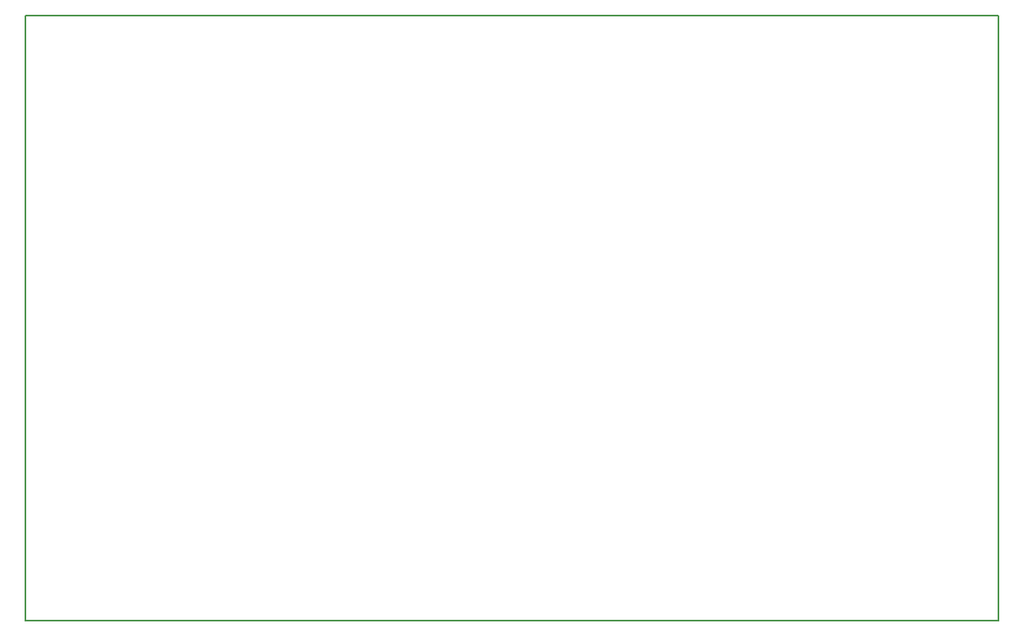
<source format=gm1>
G04 MADE WITH FRITZING*
G04 WWW.FRITZING.ORG*
G04 DOUBLE SIDED*
G04 HOLES PLATED*
G04 CONTOUR ON CENTER OF CONTOUR VECTOR*
%ASAXBY*%
%FSLAX23Y23*%
%MOIN*%
%OFA0B0*%
%SFA1.0B1.0*%
%ADD10R,3.967330X2.468360*%
%ADD11C,0.008000*%
%ADD10C,0.008*%
%LNCONTOUR*%
G90*
G70*
G54D10*
G54D11*
X4Y2464D02*
X3963Y2464D01*
X3963Y4D01*
X4Y4D01*
X4Y2464D01*
D02*
G04 End of contour*
M02*
</source>
